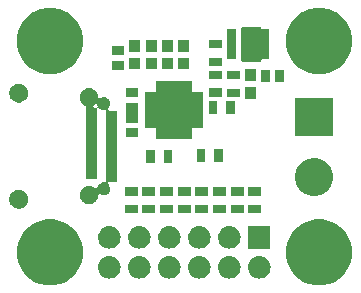
<source format=gts>
G04 #@! TF.GenerationSoftware,KiCad,Pcbnew,5.1.4*
G04 #@! TF.CreationDate,2019-10-17T14:18:33+11:00*
G04 #@! TF.ProjectId,fabulouspide,66616275-6c6f-4757-9370-6964652e6b69,rev?*
G04 #@! TF.SameCoordinates,Original*
G04 #@! TF.FileFunction,Soldermask,Top*
G04 #@! TF.FilePolarity,Negative*
%FSLAX46Y46*%
G04 Gerber Fmt 4.6, Leading zero omitted, Abs format (unit mm)*
G04 Created by KiCad (PCBNEW 5.1.4) date 2019-10-17 14:18:33*
%MOMM*%
%LPD*%
G04 APERTURE LIST*
%ADD10C,0.100000*%
G04 APERTURE END LIST*
D10*
G36*
X111357196Y-68201063D02*
G01*
X111867054Y-68412253D01*
X111969016Y-68480382D01*
X112325916Y-68718855D01*
X112716145Y-69109084D01*
X112919687Y-69413706D01*
X113022747Y-69567946D01*
X113233937Y-70077804D01*
X113341600Y-70619065D01*
X113341600Y-71170935D01*
X113233937Y-71712196D01*
X113022747Y-72222054D01*
X113022746Y-72222055D01*
X112716145Y-72680916D01*
X112325916Y-73071145D01*
X112196531Y-73157597D01*
X111867054Y-73377747D01*
X111357196Y-73588937D01*
X110815935Y-73696600D01*
X110264065Y-73696600D01*
X109722804Y-73588937D01*
X109212946Y-73377747D01*
X108883469Y-73157597D01*
X108754084Y-73071145D01*
X108363855Y-72680916D01*
X108057254Y-72222055D01*
X108057253Y-72222054D01*
X107846063Y-71712196D01*
X107738400Y-71170935D01*
X107738400Y-70619065D01*
X107846063Y-70077804D01*
X108057253Y-69567946D01*
X108160313Y-69413706D01*
X108363855Y-69109084D01*
X108754084Y-68718855D01*
X109110984Y-68480382D01*
X109212946Y-68412253D01*
X109722804Y-68201063D01*
X110264065Y-68093400D01*
X110815935Y-68093400D01*
X111357196Y-68201063D01*
X111357196Y-68201063D01*
G37*
G36*
X88567196Y-68201063D02*
G01*
X89077054Y-68412253D01*
X89179016Y-68480382D01*
X89535916Y-68718855D01*
X89926145Y-69109084D01*
X90129687Y-69413706D01*
X90232747Y-69567946D01*
X90443937Y-70077804D01*
X90551600Y-70619065D01*
X90551600Y-71170935D01*
X90443937Y-71712196D01*
X90232747Y-72222054D01*
X90232746Y-72222055D01*
X89926145Y-72680916D01*
X89535916Y-73071145D01*
X89406531Y-73157597D01*
X89077054Y-73377747D01*
X88567196Y-73588937D01*
X88025935Y-73696600D01*
X87474065Y-73696600D01*
X86932804Y-73588937D01*
X86422946Y-73377747D01*
X86093469Y-73157597D01*
X85964084Y-73071145D01*
X85573855Y-72680916D01*
X85267254Y-72222055D01*
X85267253Y-72222054D01*
X85056063Y-71712196D01*
X84948400Y-71170935D01*
X84948400Y-70619065D01*
X85056063Y-70077804D01*
X85267253Y-69567946D01*
X85370313Y-69413706D01*
X85573855Y-69109084D01*
X85964084Y-68718855D01*
X86320984Y-68480382D01*
X86422946Y-68412253D01*
X86932804Y-68201063D01*
X87474065Y-68093400D01*
X88025935Y-68093400D01*
X88567196Y-68201063D01*
X88567196Y-68201063D01*
G37*
G36*
X97953346Y-71212990D02*
G01*
X98046546Y-71222169D01*
X98225923Y-71276583D01*
X98225926Y-71276584D01*
X98240956Y-71284618D01*
X98391238Y-71364945D01*
X98436259Y-71401893D01*
X98536139Y-71483861D01*
X98618107Y-71583741D01*
X98655055Y-71628762D01*
X98696556Y-71706406D01*
X98743416Y-71794074D01*
X98743417Y-71794077D01*
X98797831Y-71973454D01*
X98816204Y-72160000D01*
X98797831Y-72346546D01*
X98759410Y-72473202D01*
X98743416Y-72525926D01*
X98741034Y-72530382D01*
X98655055Y-72691238D01*
X98618107Y-72736259D01*
X98536139Y-72836139D01*
X98436259Y-72918107D01*
X98391238Y-72955055D01*
X98313594Y-72996556D01*
X98225926Y-73043416D01*
X98225923Y-73043417D01*
X98046546Y-73097831D01*
X97953346Y-73107010D01*
X97906747Y-73111600D01*
X97813253Y-73111600D01*
X97766654Y-73107010D01*
X97673454Y-73097831D01*
X97494077Y-73043417D01*
X97494074Y-73043416D01*
X97406406Y-72996556D01*
X97328762Y-72955055D01*
X97283741Y-72918107D01*
X97183861Y-72836139D01*
X97101893Y-72736259D01*
X97064945Y-72691238D01*
X96978966Y-72530382D01*
X96976584Y-72525926D01*
X96960590Y-72473202D01*
X96922169Y-72346546D01*
X96903796Y-72160000D01*
X96922169Y-71973454D01*
X96976583Y-71794077D01*
X96976584Y-71794074D01*
X97023444Y-71706406D01*
X97064945Y-71628762D01*
X97101893Y-71583741D01*
X97183861Y-71483861D01*
X97283741Y-71401893D01*
X97328762Y-71364945D01*
X97479044Y-71284618D01*
X97494074Y-71276584D01*
X97494077Y-71276583D01*
X97673454Y-71222169D01*
X97766654Y-71212990D01*
X97813253Y-71208400D01*
X97906747Y-71208400D01*
X97953346Y-71212990D01*
X97953346Y-71212990D01*
G37*
G36*
X95413346Y-71212990D02*
G01*
X95506546Y-71222169D01*
X95685923Y-71276583D01*
X95685926Y-71276584D01*
X95700956Y-71284618D01*
X95851238Y-71364945D01*
X95896259Y-71401893D01*
X95996139Y-71483861D01*
X96078107Y-71583741D01*
X96115055Y-71628762D01*
X96156556Y-71706406D01*
X96203416Y-71794074D01*
X96203417Y-71794077D01*
X96257831Y-71973454D01*
X96276204Y-72160000D01*
X96257831Y-72346546D01*
X96219410Y-72473202D01*
X96203416Y-72525926D01*
X96201034Y-72530382D01*
X96115055Y-72691238D01*
X96078107Y-72736259D01*
X95996139Y-72836139D01*
X95896259Y-72918107D01*
X95851238Y-72955055D01*
X95773594Y-72996556D01*
X95685926Y-73043416D01*
X95685923Y-73043417D01*
X95506546Y-73097831D01*
X95413346Y-73107010D01*
X95366747Y-73111600D01*
X95273253Y-73111600D01*
X95226654Y-73107010D01*
X95133454Y-73097831D01*
X94954077Y-73043417D01*
X94954074Y-73043416D01*
X94866406Y-72996556D01*
X94788762Y-72955055D01*
X94743741Y-72918107D01*
X94643861Y-72836139D01*
X94561893Y-72736259D01*
X94524945Y-72691238D01*
X94438966Y-72530382D01*
X94436584Y-72525926D01*
X94420590Y-72473202D01*
X94382169Y-72346546D01*
X94363796Y-72160000D01*
X94382169Y-71973454D01*
X94436583Y-71794077D01*
X94436584Y-71794074D01*
X94483444Y-71706406D01*
X94524945Y-71628762D01*
X94561893Y-71583741D01*
X94643861Y-71483861D01*
X94743741Y-71401893D01*
X94788762Y-71364945D01*
X94939044Y-71284618D01*
X94954074Y-71276584D01*
X94954077Y-71276583D01*
X95133454Y-71222169D01*
X95226654Y-71212990D01*
X95273253Y-71208400D01*
X95366747Y-71208400D01*
X95413346Y-71212990D01*
X95413346Y-71212990D01*
G37*
G36*
X92873346Y-71212990D02*
G01*
X92966546Y-71222169D01*
X93145923Y-71276583D01*
X93145926Y-71276584D01*
X93160956Y-71284618D01*
X93311238Y-71364945D01*
X93356259Y-71401893D01*
X93456139Y-71483861D01*
X93538107Y-71583741D01*
X93575055Y-71628762D01*
X93616556Y-71706406D01*
X93663416Y-71794074D01*
X93663417Y-71794077D01*
X93717831Y-71973454D01*
X93736204Y-72160000D01*
X93717831Y-72346546D01*
X93679410Y-72473202D01*
X93663416Y-72525926D01*
X93661034Y-72530382D01*
X93575055Y-72691238D01*
X93538107Y-72736259D01*
X93456139Y-72836139D01*
X93356259Y-72918107D01*
X93311238Y-72955055D01*
X93233594Y-72996556D01*
X93145926Y-73043416D01*
X93145923Y-73043417D01*
X92966546Y-73097831D01*
X92873346Y-73107010D01*
X92826747Y-73111600D01*
X92733253Y-73111600D01*
X92686654Y-73107010D01*
X92593454Y-73097831D01*
X92414077Y-73043417D01*
X92414074Y-73043416D01*
X92326406Y-72996556D01*
X92248762Y-72955055D01*
X92203741Y-72918107D01*
X92103861Y-72836139D01*
X92021893Y-72736259D01*
X91984945Y-72691238D01*
X91898966Y-72530382D01*
X91896584Y-72525926D01*
X91880590Y-72473202D01*
X91842169Y-72346546D01*
X91823796Y-72160000D01*
X91842169Y-71973454D01*
X91896583Y-71794077D01*
X91896584Y-71794074D01*
X91943444Y-71706406D01*
X91984945Y-71628762D01*
X92021893Y-71583741D01*
X92103861Y-71483861D01*
X92203741Y-71401893D01*
X92248762Y-71364945D01*
X92399044Y-71284618D01*
X92414074Y-71276584D01*
X92414077Y-71276583D01*
X92593454Y-71222169D01*
X92686654Y-71212990D01*
X92733253Y-71208400D01*
X92826747Y-71208400D01*
X92873346Y-71212990D01*
X92873346Y-71212990D01*
G37*
G36*
X100493346Y-71212990D02*
G01*
X100586546Y-71222169D01*
X100765923Y-71276583D01*
X100765926Y-71276584D01*
X100780956Y-71284618D01*
X100931238Y-71364945D01*
X100976259Y-71401893D01*
X101076139Y-71483861D01*
X101158107Y-71583741D01*
X101195055Y-71628762D01*
X101236556Y-71706406D01*
X101283416Y-71794074D01*
X101283417Y-71794077D01*
X101337831Y-71973454D01*
X101356204Y-72160000D01*
X101337831Y-72346546D01*
X101299410Y-72473202D01*
X101283416Y-72525926D01*
X101281034Y-72530382D01*
X101195055Y-72691238D01*
X101158107Y-72736259D01*
X101076139Y-72836139D01*
X100976259Y-72918107D01*
X100931238Y-72955055D01*
X100853594Y-72996556D01*
X100765926Y-73043416D01*
X100765923Y-73043417D01*
X100586546Y-73097831D01*
X100493346Y-73107010D01*
X100446747Y-73111600D01*
X100353253Y-73111600D01*
X100306654Y-73107010D01*
X100213454Y-73097831D01*
X100034077Y-73043417D01*
X100034074Y-73043416D01*
X99946406Y-72996556D01*
X99868762Y-72955055D01*
X99823741Y-72918107D01*
X99723861Y-72836139D01*
X99641893Y-72736259D01*
X99604945Y-72691238D01*
X99518966Y-72530382D01*
X99516584Y-72525926D01*
X99500590Y-72473202D01*
X99462169Y-72346546D01*
X99443796Y-72160000D01*
X99462169Y-71973454D01*
X99516583Y-71794077D01*
X99516584Y-71794074D01*
X99563444Y-71706406D01*
X99604945Y-71628762D01*
X99641893Y-71583741D01*
X99723861Y-71483861D01*
X99823741Y-71401893D01*
X99868762Y-71364945D01*
X100019044Y-71284618D01*
X100034074Y-71276584D01*
X100034077Y-71276583D01*
X100213454Y-71222169D01*
X100306654Y-71212990D01*
X100353253Y-71208400D01*
X100446747Y-71208400D01*
X100493346Y-71212990D01*
X100493346Y-71212990D01*
G37*
G36*
X103033346Y-71212990D02*
G01*
X103126546Y-71222169D01*
X103305923Y-71276583D01*
X103305926Y-71276584D01*
X103320956Y-71284618D01*
X103471238Y-71364945D01*
X103516259Y-71401893D01*
X103616139Y-71483861D01*
X103698107Y-71583741D01*
X103735055Y-71628762D01*
X103776556Y-71706406D01*
X103823416Y-71794074D01*
X103823417Y-71794077D01*
X103877831Y-71973454D01*
X103896204Y-72160000D01*
X103877831Y-72346546D01*
X103839410Y-72473202D01*
X103823416Y-72525926D01*
X103821034Y-72530382D01*
X103735055Y-72691238D01*
X103698107Y-72736259D01*
X103616139Y-72836139D01*
X103516259Y-72918107D01*
X103471238Y-72955055D01*
X103393594Y-72996556D01*
X103305926Y-73043416D01*
X103305923Y-73043417D01*
X103126546Y-73097831D01*
X103033346Y-73107010D01*
X102986747Y-73111600D01*
X102893253Y-73111600D01*
X102846654Y-73107010D01*
X102753454Y-73097831D01*
X102574077Y-73043417D01*
X102574074Y-73043416D01*
X102486406Y-72996556D01*
X102408762Y-72955055D01*
X102363741Y-72918107D01*
X102263861Y-72836139D01*
X102181893Y-72736259D01*
X102144945Y-72691238D01*
X102058966Y-72530382D01*
X102056584Y-72525926D01*
X102040590Y-72473202D01*
X102002169Y-72346546D01*
X101983796Y-72160000D01*
X102002169Y-71973454D01*
X102056583Y-71794077D01*
X102056584Y-71794074D01*
X102103444Y-71706406D01*
X102144945Y-71628762D01*
X102181893Y-71583741D01*
X102263861Y-71483861D01*
X102363741Y-71401893D01*
X102408762Y-71364945D01*
X102559044Y-71284618D01*
X102574074Y-71276584D01*
X102574077Y-71276583D01*
X102753454Y-71222169D01*
X102846654Y-71212990D01*
X102893253Y-71208400D01*
X102986747Y-71208400D01*
X103033346Y-71212990D01*
X103033346Y-71212990D01*
G37*
G36*
X105573346Y-71212990D02*
G01*
X105666546Y-71222169D01*
X105845923Y-71276583D01*
X105845926Y-71276584D01*
X105860956Y-71284618D01*
X106011238Y-71364945D01*
X106056259Y-71401893D01*
X106156139Y-71483861D01*
X106238107Y-71583741D01*
X106275055Y-71628762D01*
X106316556Y-71706406D01*
X106363416Y-71794074D01*
X106363417Y-71794077D01*
X106417831Y-71973454D01*
X106436204Y-72160000D01*
X106417831Y-72346546D01*
X106379410Y-72473202D01*
X106363416Y-72525926D01*
X106361034Y-72530382D01*
X106275055Y-72691238D01*
X106238107Y-72736259D01*
X106156139Y-72836139D01*
X106056259Y-72918107D01*
X106011238Y-72955055D01*
X105933594Y-72996556D01*
X105845926Y-73043416D01*
X105845923Y-73043417D01*
X105666546Y-73097831D01*
X105573346Y-73107010D01*
X105526747Y-73111600D01*
X105433253Y-73111600D01*
X105386654Y-73107010D01*
X105293454Y-73097831D01*
X105114077Y-73043417D01*
X105114074Y-73043416D01*
X105026406Y-72996556D01*
X104948762Y-72955055D01*
X104903741Y-72918107D01*
X104803861Y-72836139D01*
X104721893Y-72736259D01*
X104684945Y-72691238D01*
X104598966Y-72530382D01*
X104596584Y-72525926D01*
X104580590Y-72473202D01*
X104542169Y-72346546D01*
X104523796Y-72160000D01*
X104542169Y-71973454D01*
X104596583Y-71794077D01*
X104596584Y-71794074D01*
X104643444Y-71706406D01*
X104684945Y-71628762D01*
X104721893Y-71583741D01*
X104803861Y-71483861D01*
X104903741Y-71401893D01*
X104948762Y-71364945D01*
X105099044Y-71284618D01*
X105114074Y-71276584D01*
X105114077Y-71276583D01*
X105293454Y-71222169D01*
X105386654Y-71212990D01*
X105433253Y-71208400D01*
X105526747Y-71208400D01*
X105573346Y-71212990D01*
X105573346Y-71212990D01*
G37*
G36*
X103033346Y-68672990D02*
G01*
X103126546Y-68682169D01*
X103305923Y-68736583D01*
X103305926Y-68736584D01*
X103393594Y-68783444D01*
X103471238Y-68824945D01*
X103516259Y-68861893D01*
X103616139Y-68943861D01*
X103675596Y-69016311D01*
X103735055Y-69088762D01*
X103764237Y-69143358D01*
X103823416Y-69254074D01*
X103823417Y-69254077D01*
X103877831Y-69433454D01*
X103896204Y-69620000D01*
X103877831Y-69806546D01*
X103829852Y-69964709D01*
X103823416Y-69985926D01*
X103776556Y-70073594D01*
X103735055Y-70151238D01*
X103698107Y-70196259D01*
X103616139Y-70296139D01*
X103516259Y-70378107D01*
X103471238Y-70415055D01*
X103404947Y-70450488D01*
X103305926Y-70503416D01*
X103305923Y-70503417D01*
X103126546Y-70557831D01*
X103033346Y-70567010D01*
X102986747Y-70571600D01*
X102893253Y-70571600D01*
X102846654Y-70567010D01*
X102753454Y-70557831D01*
X102574077Y-70503417D01*
X102574074Y-70503416D01*
X102475053Y-70450488D01*
X102408762Y-70415055D01*
X102363741Y-70378107D01*
X102263861Y-70296139D01*
X102181893Y-70196259D01*
X102144945Y-70151238D01*
X102103444Y-70073594D01*
X102056584Y-69985926D01*
X102050148Y-69964709D01*
X102002169Y-69806546D01*
X101983796Y-69620000D01*
X102002169Y-69433454D01*
X102056583Y-69254077D01*
X102056584Y-69254074D01*
X102115763Y-69143358D01*
X102144945Y-69088762D01*
X102204404Y-69016311D01*
X102263861Y-68943861D01*
X102363741Y-68861893D01*
X102408762Y-68824945D01*
X102486406Y-68783444D01*
X102574074Y-68736584D01*
X102574077Y-68736583D01*
X102753454Y-68682169D01*
X102846654Y-68672990D01*
X102893253Y-68668400D01*
X102986747Y-68668400D01*
X103033346Y-68672990D01*
X103033346Y-68672990D01*
G37*
G36*
X100493346Y-68672990D02*
G01*
X100586546Y-68682169D01*
X100765923Y-68736583D01*
X100765926Y-68736584D01*
X100853594Y-68783444D01*
X100931238Y-68824945D01*
X100976259Y-68861893D01*
X101076139Y-68943861D01*
X101135596Y-69016311D01*
X101195055Y-69088762D01*
X101224237Y-69143358D01*
X101283416Y-69254074D01*
X101283417Y-69254077D01*
X101337831Y-69433454D01*
X101356204Y-69620000D01*
X101337831Y-69806546D01*
X101289852Y-69964709D01*
X101283416Y-69985926D01*
X101236556Y-70073594D01*
X101195055Y-70151238D01*
X101158107Y-70196259D01*
X101076139Y-70296139D01*
X100976259Y-70378107D01*
X100931238Y-70415055D01*
X100864947Y-70450488D01*
X100765926Y-70503416D01*
X100765923Y-70503417D01*
X100586546Y-70557831D01*
X100493346Y-70567010D01*
X100446747Y-70571600D01*
X100353253Y-70571600D01*
X100306654Y-70567010D01*
X100213454Y-70557831D01*
X100034077Y-70503417D01*
X100034074Y-70503416D01*
X99935053Y-70450488D01*
X99868762Y-70415055D01*
X99823741Y-70378107D01*
X99723861Y-70296139D01*
X99641893Y-70196259D01*
X99604945Y-70151238D01*
X99563444Y-70073594D01*
X99516584Y-69985926D01*
X99510148Y-69964709D01*
X99462169Y-69806546D01*
X99443796Y-69620000D01*
X99462169Y-69433454D01*
X99516583Y-69254077D01*
X99516584Y-69254074D01*
X99575763Y-69143358D01*
X99604945Y-69088762D01*
X99664404Y-69016311D01*
X99723861Y-68943861D01*
X99823741Y-68861893D01*
X99868762Y-68824945D01*
X99946406Y-68783444D01*
X100034074Y-68736584D01*
X100034077Y-68736583D01*
X100213454Y-68682169D01*
X100306654Y-68672990D01*
X100353253Y-68668400D01*
X100446747Y-68668400D01*
X100493346Y-68672990D01*
X100493346Y-68672990D01*
G37*
G36*
X97953346Y-68672990D02*
G01*
X98046546Y-68682169D01*
X98225923Y-68736583D01*
X98225926Y-68736584D01*
X98313594Y-68783444D01*
X98391238Y-68824945D01*
X98436259Y-68861893D01*
X98536139Y-68943861D01*
X98595596Y-69016311D01*
X98655055Y-69088762D01*
X98684237Y-69143358D01*
X98743416Y-69254074D01*
X98743417Y-69254077D01*
X98797831Y-69433454D01*
X98816204Y-69620000D01*
X98797831Y-69806546D01*
X98749852Y-69964709D01*
X98743416Y-69985926D01*
X98696556Y-70073594D01*
X98655055Y-70151238D01*
X98618107Y-70196259D01*
X98536139Y-70296139D01*
X98436259Y-70378107D01*
X98391238Y-70415055D01*
X98324947Y-70450488D01*
X98225926Y-70503416D01*
X98225923Y-70503417D01*
X98046546Y-70557831D01*
X97953346Y-70567010D01*
X97906747Y-70571600D01*
X97813253Y-70571600D01*
X97766654Y-70567010D01*
X97673454Y-70557831D01*
X97494077Y-70503417D01*
X97494074Y-70503416D01*
X97395053Y-70450488D01*
X97328762Y-70415055D01*
X97283741Y-70378107D01*
X97183861Y-70296139D01*
X97101893Y-70196259D01*
X97064945Y-70151238D01*
X97023444Y-70073594D01*
X96976584Y-69985926D01*
X96970148Y-69964709D01*
X96922169Y-69806546D01*
X96903796Y-69620000D01*
X96922169Y-69433454D01*
X96976583Y-69254077D01*
X96976584Y-69254074D01*
X97035763Y-69143358D01*
X97064945Y-69088762D01*
X97124404Y-69016311D01*
X97183861Y-68943861D01*
X97283741Y-68861893D01*
X97328762Y-68824945D01*
X97406406Y-68783444D01*
X97494074Y-68736584D01*
X97494077Y-68736583D01*
X97673454Y-68682169D01*
X97766654Y-68672990D01*
X97813253Y-68668400D01*
X97906747Y-68668400D01*
X97953346Y-68672990D01*
X97953346Y-68672990D01*
G37*
G36*
X95413346Y-68672990D02*
G01*
X95506546Y-68682169D01*
X95685923Y-68736583D01*
X95685926Y-68736584D01*
X95773594Y-68783444D01*
X95851238Y-68824945D01*
X95896259Y-68861893D01*
X95996139Y-68943861D01*
X96055596Y-69016311D01*
X96115055Y-69088762D01*
X96144237Y-69143358D01*
X96203416Y-69254074D01*
X96203417Y-69254077D01*
X96257831Y-69433454D01*
X96276204Y-69620000D01*
X96257831Y-69806546D01*
X96209852Y-69964709D01*
X96203416Y-69985926D01*
X96156556Y-70073594D01*
X96115055Y-70151238D01*
X96078107Y-70196259D01*
X95996139Y-70296139D01*
X95896259Y-70378107D01*
X95851238Y-70415055D01*
X95784947Y-70450488D01*
X95685926Y-70503416D01*
X95685923Y-70503417D01*
X95506546Y-70557831D01*
X95413346Y-70567010D01*
X95366747Y-70571600D01*
X95273253Y-70571600D01*
X95226654Y-70567010D01*
X95133454Y-70557831D01*
X94954077Y-70503417D01*
X94954074Y-70503416D01*
X94855053Y-70450488D01*
X94788762Y-70415055D01*
X94743741Y-70378107D01*
X94643861Y-70296139D01*
X94561893Y-70196259D01*
X94524945Y-70151238D01*
X94483444Y-70073594D01*
X94436584Y-69985926D01*
X94430148Y-69964709D01*
X94382169Y-69806546D01*
X94363796Y-69620000D01*
X94382169Y-69433454D01*
X94436583Y-69254077D01*
X94436584Y-69254074D01*
X94495763Y-69143358D01*
X94524945Y-69088762D01*
X94584404Y-69016311D01*
X94643861Y-68943861D01*
X94743741Y-68861893D01*
X94788762Y-68824945D01*
X94866406Y-68783444D01*
X94954074Y-68736584D01*
X94954077Y-68736583D01*
X95133454Y-68682169D01*
X95226654Y-68672990D01*
X95273253Y-68668400D01*
X95366747Y-68668400D01*
X95413346Y-68672990D01*
X95413346Y-68672990D01*
G37*
G36*
X106431600Y-70571600D02*
G01*
X104528400Y-70571600D01*
X104528400Y-68668400D01*
X106431600Y-68668400D01*
X106431600Y-70571600D01*
X106431600Y-70571600D01*
G37*
G36*
X92873346Y-68672990D02*
G01*
X92966546Y-68682169D01*
X93145923Y-68736583D01*
X93145926Y-68736584D01*
X93233594Y-68783444D01*
X93311238Y-68824945D01*
X93356259Y-68861893D01*
X93456139Y-68943861D01*
X93515596Y-69016311D01*
X93575055Y-69088762D01*
X93604237Y-69143358D01*
X93663416Y-69254074D01*
X93663417Y-69254077D01*
X93717831Y-69433454D01*
X93736204Y-69620000D01*
X93717831Y-69806546D01*
X93669852Y-69964709D01*
X93663416Y-69985926D01*
X93616556Y-70073594D01*
X93575055Y-70151238D01*
X93538107Y-70196259D01*
X93456139Y-70296139D01*
X93356259Y-70378107D01*
X93311238Y-70415055D01*
X93244947Y-70450488D01*
X93145926Y-70503416D01*
X93145923Y-70503417D01*
X92966546Y-70557831D01*
X92873346Y-70567010D01*
X92826747Y-70571600D01*
X92733253Y-70571600D01*
X92686654Y-70567010D01*
X92593454Y-70557831D01*
X92414077Y-70503417D01*
X92414074Y-70503416D01*
X92315053Y-70450488D01*
X92248762Y-70415055D01*
X92203741Y-70378107D01*
X92103861Y-70296139D01*
X92021893Y-70196259D01*
X91984945Y-70151238D01*
X91943444Y-70073594D01*
X91896584Y-69985926D01*
X91890148Y-69964709D01*
X91842169Y-69806546D01*
X91823796Y-69620000D01*
X91842169Y-69433454D01*
X91896583Y-69254077D01*
X91896584Y-69254074D01*
X91955763Y-69143358D01*
X91984945Y-69088762D01*
X92044404Y-69016311D01*
X92103861Y-68943861D01*
X92203741Y-68861893D01*
X92248762Y-68824945D01*
X92326406Y-68783444D01*
X92414074Y-68736584D01*
X92414077Y-68736583D01*
X92593454Y-68682169D01*
X92686654Y-68672990D01*
X92733253Y-68668400D01*
X92826747Y-68668400D01*
X92873346Y-68672990D01*
X92873346Y-68672990D01*
G37*
G36*
X102651980Y-67593720D02*
G01*
X101548780Y-67593720D01*
X101548780Y-66890520D01*
X102651980Y-66890520D01*
X102651980Y-67593720D01*
X102651980Y-67593720D01*
G37*
G36*
X105649180Y-67593720D02*
G01*
X104545980Y-67593720D01*
X104545980Y-66890520D01*
X105649180Y-66890520D01*
X105649180Y-67593720D01*
X105649180Y-67593720D01*
G37*
G36*
X95192000Y-67590480D02*
G01*
X94088800Y-67590480D01*
X94088800Y-66887280D01*
X95192000Y-66887280D01*
X95192000Y-67590480D01*
X95192000Y-67590480D01*
G37*
G36*
X101153380Y-67588640D02*
G01*
X100050180Y-67588640D01*
X100050180Y-66885440D01*
X101153380Y-66885440D01*
X101153380Y-67588640D01*
X101153380Y-67588640D01*
G37*
G36*
X99664940Y-67587940D02*
G01*
X98561740Y-67587940D01*
X98561740Y-66884740D01*
X99664940Y-66884740D01*
X99664940Y-67587940D01*
X99664940Y-67587940D01*
G37*
G36*
X104150580Y-67587940D02*
G01*
X103047380Y-67587940D01*
X103047380Y-66884740D01*
X104150580Y-66884740D01*
X104150580Y-67587940D01*
X104150580Y-67587940D01*
G37*
G36*
X98168880Y-67586800D02*
G01*
X97065680Y-67586800D01*
X97065680Y-66883600D01*
X98168880Y-66883600D01*
X98168880Y-67586800D01*
X98168880Y-67586800D01*
G37*
G36*
X96677900Y-67584260D02*
G01*
X95574700Y-67584260D01*
X95574700Y-66881060D01*
X96677900Y-66881060D01*
X96677900Y-67584260D01*
X96677900Y-67584260D01*
G37*
G36*
X85266385Y-65603803D02*
G01*
X85343818Y-65619205D01*
X85489700Y-65679631D01*
X85620990Y-65767356D01*
X85732644Y-65879010D01*
X85820369Y-66010300D01*
X85880795Y-66156182D01*
X85880795Y-66156183D01*
X85911600Y-66311048D01*
X85911600Y-66468952D01*
X85896197Y-66546385D01*
X85880795Y-66623818D01*
X85820369Y-66769700D01*
X85732644Y-66900990D01*
X85620990Y-67012644D01*
X85489700Y-67100369D01*
X85343818Y-67160795D01*
X85266385Y-67176197D01*
X85188952Y-67191600D01*
X85031048Y-67191600D01*
X84953615Y-67176197D01*
X84876182Y-67160795D01*
X84730300Y-67100369D01*
X84599010Y-67012644D01*
X84487356Y-66900990D01*
X84399631Y-66769700D01*
X84339205Y-66623818D01*
X84323803Y-66546385D01*
X84308400Y-66468952D01*
X84308400Y-66311048D01*
X84339205Y-66156183D01*
X84339205Y-66156182D01*
X84399631Y-66010300D01*
X84487356Y-65879010D01*
X84599010Y-65767356D01*
X84730300Y-65679631D01*
X84876182Y-65619205D01*
X84953615Y-65603803D01*
X85031048Y-65588400D01*
X85188952Y-65588400D01*
X85266385Y-65603803D01*
X85266385Y-65603803D01*
G37*
G36*
X91279960Y-57016840D02*
G01*
X91287984Y-57018436D01*
X91430227Y-57077355D01*
X91494669Y-57120414D01*
X91558240Y-57162891D01*
X91667109Y-57271760D01*
X91752646Y-57399775D01*
X91811564Y-57542016D01*
X91841600Y-57693018D01*
X91841600Y-57715715D01*
X91844002Y-57740101D01*
X91851115Y-57763550D01*
X91862666Y-57785161D01*
X91878211Y-57804103D01*
X91897153Y-57819648D01*
X91918764Y-57831199D01*
X91942213Y-57838312D01*
X91966599Y-57840714D01*
X91990985Y-57838312D01*
X92014434Y-57831199D01*
X92036037Y-57819652D01*
X92048719Y-57811178D01*
X92149104Y-57769598D01*
X92149105Y-57769598D01*
X92149107Y-57769597D01*
X92255671Y-57748400D01*
X92364329Y-57748400D01*
X92470893Y-57769597D01*
X92470895Y-57769598D01*
X92470896Y-57769598D01*
X92571281Y-57811178D01*
X92661625Y-57871544D01*
X92738456Y-57948375D01*
X92798822Y-58038719D01*
X92832642Y-58120369D01*
X92840403Y-58139107D01*
X92861600Y-58245671D01*
X92861600Y-58354329D01*
X92841783Y-58453956D01*
X92840402Y-58460896D01*
X92798822Y-58561281D01*
X92738456Y-58651625D01*
X92705062Y-58685019D01*
X92689522Y-58703955D01*
X92677971Y-58725566D01*
X92670858Y-58749015D01*
X92668456Y-58773401D01*
X92670858Y-58797787D01*
X92677971Y-58821236D01*
X92689522Y-58842847D01*
X92705067Y-58861789D01*
X92724009Y-58877334D01*
X92745620Y-58888885D01*
X92769069Y-58895998D01*
X92793455Y-58898400D01*
X93421600Y-58898400D01*
X93421600Y-64901600D01*
X92793455Y-64901600D01*
X92769069Y-64904002D01*
X92745620Y-64911115D01*
X92724009Y-64922666D01*
X92705067Y-64938211D01*
X92689522Y-64957153D01*
X92677971Y-64978764D01*
X92670858Y-65002213D01*
X92668456Y-65026599D01*
X92670858Y-65050985D01*
X92677971Y-65074434D01*
X92689522Y-65096045D01*
X92705062Y-65114981D01*
X92738456Y-65148375D01*
X92798822Y-65238719D01*
X92840402Y-65339104D01*
X92840403Y-65339107D01*
X92861600Y-65445671D01*
X92861600Y-65554329D01*
X92840626Y-65659773D01*
X92840402Y-65660896D01*
X92798822Y-65761281D01*
X92738456Y-65851625D01*
X92661625Y-65928456D01*
X92571281Y-65988822D01*
X92470896Y-66030402D01*
X92470895Y-66030402D01*
X92470893Y-66030403D01*
X92364329Y-66051600D01*
X92255671Y-66051600D01*
X92149107Y-66030403D01*
X92149105Y-66030402D01*
X92149104Y-66030402D01*
X92048719Y-65988822D01*
X92036037Y-65980348D01*
X92014435Y-65968802D01*
X91990986Y-65961688D01*
X91966600Y-65959286D01*
X91942214Y-65961688D01*
X91918765Y-65968800D01*
X91897154Y-65980351D01*
X91878212Y-65995896D01*
X91862667Y-66014838D01*
X91851116Y-66036449D01*
X91844002Y-66059898D01*
X91841600Y-66084285D01*
X91841600Y-66106982D01*
X91831813Y-66156183D01*
X91811564Y-66257984D01*
X91752645Y-66400227D01*
X91667108Y-66528241D01*
X91558241Y-66637108D01*
X91430227Y-66722645D01*
X91430226Y-66722646D01*
X91430225Y-66722646D01*
X91287984Y-66781564D01*
X91136982Y-66811600D01*
X90983018Y-66811600D01*
X90832016Y-66781564D01*
X90689775Y-66722646D01*
X90689774Y-66722646D01*
X90689773Y-66722645D01*
X90561759Y-66637108D01*
X90452892Y-66528241D01*
X90367355Y-66400227D01*
X90308436Y-66257984D01*
X90288187Y-66156183D01*
X90278400Y-66106982D01*
X90278400Y-65953018D01*
X90308436Y-65802016D01*
X90367354Y-65659775D01*
X90452891Y-65531760D01*
X90561760Y-65422891D01*
X90687151Y-65339107D01*
X90689773Y-65337355D01*
X90832016Y-65278436D01*
X90851100Y-65274640D01*
X90983018Y-65248400D01*
X91136982Y-65248400D01*
X91268900Y-65274640D01*
X91287984Y-65278436D01*
X91430227Y-65337355D01*
X91432849Y-65339107D01*
X91558240Y-65422891D01*
X91563609Y-65428260D01*
X91582551Y-65443805D01*
X91604162Y-65455356D01*
X91627611Y-65462469D01*
X91651997Y-65464871D01*
X91676383Y-65462469D01*
X91699832Y-65455356D01*
X91721443Y-65443805D01*
X91740385Y-65428260D01*
X91755930Y-65409318D01*
X91767481Y-65387707D01*
X91774594Y-65364257D01*
X91779596Y-65339107D01*
X91806299Y-65274642D01*
X91821178Y-65238719D01*
X91881544Y-65148375D01*
X91958375Y-65071544D01*
X92048719Y-65011178D01*
X92149104Y-64969598D01*
X92149105Y-64969598D01*
X92149107Y-64969597D01*
X92255671Y-64948400D01*
X92364330Y-64948400D01*
X92369016Y-64949332D01*
X92393402Y-64951734D01*
X92417788Y-64949332D01*
X92441237Y-64942219D01*
X92462848Y-64930667D01*
X92481789Y-64915122D01*
X92497335Y-64896180D01*
X92508885Y-64874569D01*
X92515998Y-64851120D01*
X92518400Y-64826735D01*
X92518400Y-58973265D01*
X92515998Y-58948879D01*
X92508885Y-58925430D01*
X92497334Y-58903819D01*
X92481789Y-58884877D01*
X92462847Y-58869332D01*
X92441236Y-58857781D01*
X92417787Y-58850668D01*
X92393401Y-58848266D01*
X92369016Y-58850668D01*
X92364330Y-58851600D01*
X92255671Y-58851600D01*
X92149107Y-58830403D01*
X92149105Y-58830402D01*
X92149104Y-58830402D01*
X92048719Y-58788822D01*
X91958375Y-58728456D01*
X91934981Y-58705062D01*
X91916045Y-58689522D01*
X91894434Y-58677971D01*
X91870985Y-58670858D01*
X91846599Y-58668456D01*
X91822213Y-58670858D01*
X91798764Y-58677971D01*
X91777153Y-58689522D01*
X91758211Y-58705067D01*
X91742666Y-58724009D01*
X91731115Y-58745620D01*
X91724002Y-58769069D01*
X91721600Y-58793455D01*
X91721600Y-64651600D01*
X90818400Y-64651600D01*
X90818400Y-58599446D01*
X90815998Y-58575060D01*
X90808885Y-58551611D01*
X90797334Y-58530000D01*
X90791919Y-58523401D01*
X91439293Y-58523401D01*
X91441695Y-58547787D01*
X91448808Y-58571236D01*
X91460359Y-58592847D01*
X91475905Y-58611789D01*
X91494847Y-58627334D01*
X91516457Y-58638885D01*
X91539906Y-58645998D01*
X91564292Y-58648400D01*
X91670190Y-58648400D01*
X91694576Y-58645998D01*
X91718025Y-58638885D01*
X91739636Y-58627334D01*
X91758578Y-58611789D01*
X91774123Y-58592847D01*
X91785674Y-58571236D01*
X91792787Y-58547787D01*
X91795189Y-58523401D01*
X91792787Y-58499015D01*
X91785674Y-58475565D01*
X91779596Y-58460893D01*
X91774594Y-58435743D01*
X91767481Y-58412294D01*
X91755930Y-58390683D01*
X91740385Y-58371741D01*
X91721444Y-58356196D01*
X91699833Y-58344644D01*
X91676384Y-58337531D01*
X91651998Y-58335129D01*
X91627612Y-58337531D01*
X91604163Y-58344644D01*
X91582552Y-58356195D01*
X91563609Y-58371740D01*
X91558239Y-58377110D01*
X91494846Y-58419468D01*
X91475904Y-58435014D01*
X91460359Y-58453956D01*
X91448808Y-58475566D01*
X91441695Y-58499015D01*
X91439293Y-58523401D01*
X90791919Y-58523401D01*
X90781789Y-58511058D01*
X90762847Y-58495513D01*
X90741236Y-58483962D01*
X90689775Y-58462646D01*
X90689774Y-58462646D01*
X90689773Y-58462645D01*
X90582075Y-58390683D01*
X90561760Y-58377109D01*
X90452891Y-58268240D01*
X90367354Y-58140225D01*
X90308436Y-57997984D01*
X90278400Y-57846982D01*
X90278400Y-57693018D01*
X90308436Y-57542016D01*
X90367354Y-57399775D01*
X90452891Y-57271760D01*
X90561760Y-57162891D01*
X90625331Y-57120414D01*
X90689773Y-57077355D01*
X90832016Y-57018436D01*
X90840040Y-57016840D01*
X90983018Y-56988400D01*
X91136982Y-56988400D01*
X91279960Y-57016840D01*
X91279960Y-57016840D01*
G37*
G36*
X110586328Y-62975948D02*
G01*
X110877800Y-63096680D01*
X110877802Y-63096681D01*
X110955205Y-63148400D01*
X111140120Y-63271956D01*
X111363204Y-63495040D01*
X111538480Y-63757360D01*
X111659212Y-64048832D01*
X111720760Y-64358255D01*
X111720760Y-64673745D01*
X111659212Y-64983168D01*
X111553360Y-65238716D01*
X111538479Y-65274642D01*
X111363204Y-65536960D01*
X111140120Y-65760044D01*
X110877802Y-65935319D01*
X110877801Y-65935320D01*
X110877800Y-65935320D01*
X110586328Y-66056052D01*
X110276905Y-66117600D01*
X109961415Y-66117600D01*
X109651992Y-66056052D01*
X109360520Y-65935320D01*
X109360519Y-65935320D01*
X109360518Y-65935319D01*
X109098200Y-65760044D01*
X108875116Y-65536960D01*
X108699841Y-65274642D01*
X108684960Y-65238716D01*
X108579108Y-64983168D01*
X108517560Y-64673745D01*
X108517560Y-64358255D01*
X108579108Y-64048832D01*
X108699840Y-63757360D01*
X108875116Y-63495040D01*
X109098200Y-63271956D01*
X109283115Y-63148400D01*
X109360518Y-63096681D01*
X109360520Y-63096680D01*
X109651992Y-62975948D01*
X109961415Y-62914400D01*
X110276905Y-62914400D01*
X110586328Y-62975948D01*
X110586328Y-62975948D01*
G37*
G36*
X102651980Y-66093720D02*
G01*
X101548780Y-66093720D01*
X101548780Y-65390520D01*
X102651980Y-65390520D01*
X102651980Y-66093720D01*
X102651980Y-66093720D01*
G37*
G36*
X105649180Y-66093720D02*
G01*
X104545980Y-66093720D01*
X104545980Y-65390520D01*
X105649180Y-65390520D01*
X105649180Y-66093720D01*
X105649180Y-66093720D01*
G37*
G36*
X95192000Y-66090480D02*
G01*
X94088800Y-66090480D01*
X94088800Y-65387280D01*
X95192000Y-65387280D01*
X95192000Y-66090480D01*
X95192000Y-66090480D01*
G37*
G36*
X101153380Y-66088640D02*
G01*
X100050180Y-66088640D01*
X100050180Y-65385440D01*
X101153380Y-65385440D01*
X101153380Y-66088640D01*
X101153380Y-66088640D01*
G37*
G36*
X104150580Y-66087940D02*
G01*
X103047380Y-66087940D01*
X103047380Y-65384740D01*
X104150580Y-65384740D01*
X104150580Y-66087940D01*
X104150580Y-66087940D01*
G37*
G36*
X99664940Y-66087940D02*
G01*
X98561740Y-66087940D01*
X98561740Y-65384740D01*
X99664940Y-65384740D01*
X99664940Y-66087940D01*
X99664940Y-66087940D01*
G37*
G36*
X98168880Y-66086800D02*
G01*
X97065680Y-66086800D01*
X97065680Y-65383600D01*
X98168880Y-65383600D01*
X98168880Y-66086800D01*
X98168880Y-66086800D01*
G37*
G36*
X96677900Y-66084260D02*
G01*
X95574700Y-66084260D01*
X95574700Y-65381060D01*
X96677900Y-65381060D01*
X96677900Y-66084260D01*
X96677900Y-66084260D01*
G37*
G36*
X98127760Y-63307380D02*
G01*
X97424560Y-63307380D01*
X97424560Y-62204180D01*
X98127760Y-62204180D01*
X98127760Y-63307380D01*
X98127760Y-63307380D01*
G37*
G36*
X96627760Y-63307380D02*
G01*
X95924560Y-63307380D01*
X95924560Y-62204180D01*
X96627760Y-62204180D01*
X96627760Y-63307380D01*
X96627760Y-63307380D01*
G37*
G36*
X102392420Y-63231180D02*
G01*
X101689220Y-63231180D01*
X101689220Y-62127980D01*
X102392420Y-62127980D01*
X102392420Y-63231180D01*
X102392420Y-63231180D01*
G37*
G36*
X100892420Y-63231180D02*
G01*
X100189220Y-63231180D01*
X100189220Y-62127980D01*
X100892420Y-62127980D01*
X100892420Y-63231180D01*
X100892420Y-63231180D01*
G37*
G36*
X99782540Y-57234101D02*
G01*
X99784942Y-57258487D01*
X99792055Y-57281936D01*
X99803606Y-57303547D01*
X99819151Y-57322489D01*
X99838093Y-57338034D01*
X99859704Y-57349585D01*
X99883153Y-57356698D01*
X99907539Y-57359100D01*
X100757540Y-57359100D01*
X100757540Y-60362300D01*
X99907539Y-60362300D01*
X99883153Y-60364702D01*
X99859704Y-60371815D01*
X99838093Y-60383366D01*
X99819151Y-60398911D01*
X99803606Y-60417853D01*
X99792055Y-60439464D01*
X99784942Y-60462913D01*
X99782540Y-60487299D01*
X99782540Y-61337300D01*
X96779340Y-61337300D01*
X96779340Y-60487299D01*
X96776938Y-60462913D01*
X96769825Y-60439464D01*
X96758274Y-60417853D01*
X96742729Y-60398911D01*
X96723787Y-60383366D01*
X96702176Y-60371815D01*
X96678727Y-60364702D01*
X96654341Y-60362300D01*
X95804340Y-60362300D01*
X95804340Y-57359100D01*
X96654341Y-57359100D01*
X96678727Y-57356698D01*
X96702176Y-57349585D01*
X96723787Y-57338034D01*
X96742729Y-57322489D01*
X96758274Y-57303547D01*
X96769825Y-57281936D01*
X96776938Y-57258487D01*
X96779340Y-57234101D01*
X96779340Y-56384100D01*
X99782540Y-56384100D01*
X99782540Y-57234101D01*
X99782540Y-57234101D01*
G37*
G36*
X95202960Y-61156260D02*
G01*
X94199760Y-61156260D01*
X94199760Y-60403060D01*
X95202960Y-60403060D01*
X95202960Y-61156260D01*
X95202960Y-61156260D01*
G37*
G36*
X111720760Y-61037600D02*
G01*
X108517560Y-61037600D01*
X108517560Y-57834400D01*
X111720760Y-57834400D01*
X111720760Y-61037600D01*
X111720760Y-61037600D01*
G37*
G36*
X95202960Y-59906260D02*
G01*
X94199760Y-59906260D01*
X94199760Y-58236440D01*
X95202960Y-58236440D01*
X95202960Y-59906260D01*
X95202960Y-59906260D01*
G37*
G36*
X101893180Y-59212900D02*
G01*
X101189980Y-59212900D01*
X101189980Y-58109700D01*
X101893180Y-58109700D01*
X101893180Y-59212900D01*
X101893180Y-59212900D01*
G37*
G36*
X103393180Y-59212900D02*
G01*
X102689980Y-59212900D01*
X102689980Y-58109700D01*
X103393180Y-58109700D01*
X103393180Y-59212900D01*
X103393180Y-59212900D01*
G37*
G36*
X85266385Y-56623803D02*
G01*
X85343818Y-56639205D01*
X85489700Y-56699631D01*
X85620990Y-56787356D01*
X85732644Y-56899010D01*
X85820369Y-57030300D01*
X85875290Y-57162892D01*
X85880795Y-57176183D01*
X85899807Y-57271759D01*
X85911600Y-57331049D01*
X85911600Y-57488951D01*
X85880795Y-57643818D01*
X85820369Y-57789700D01*
X85732644Y-57920990D01*
X85620990Y-58032644D01*
X85489700Y-58120369D01*
X85343818Y-58180795D01*
X85266385Y-58196197D01*
X85188952Y-58211600D01*
X85031048Y-58211600D01*
X84953615Y-58196197D01*
X84876182Y-58180795D01*
X84730300Y-58120369D01*
X84599010Y-58032644D01*
X84487356Y-57920990D01*
X84399631Y-57789700D01*
X84339205Y-57643818D01*
X84308400Y-57488951D01*
X84308400Y-57331049D01*
X84320194Y-57271759D01*
X84339205Y-57176183D01*
X84344710Y-57162892D01*
X84399631Y-57030300D01*
X84487356Y-56899010D01*
X84599010Y-56787356D01*
X84730300Y-56699631D01*
X84876182Y-56639205D01*
X84953615Y-56623803D01*
X85031048Y-56608400D01*
X85188952Y-56608400D01*
X85266385Y-56623803D01*
X85266385Y-56623803D01*
G37*
G36*
X105185560Y-57904460D02*
G01*
X104232360Y-57904460D01*
X104232360Y-56901260D01*
X105185560Y-56901260D01*
X105185560Y-57904460D01*
X105185560Y-57904460D01*
G37*
G36*
X95202960Y-57739640D02*
G01*
X94199760Y-57739640D01*
X94199760Y-56986440D01*
X95202960Y-56986440D01*
X95202960Y-57739640D01*
X95202960Y-57739640D01*
G37*
G36*
X103812760Y-57727660D02*
G01*
X102709560Y-57727660D01*
X102709560Y-57024460D01*
X103812760Y-57024460D01*
X103812760Y-57727660D01*
X103812760Y-57727660D01*
G37*
G36*
X102298920Y-57720040D02*
G01*
X101195720Y-57720040D01*
X101195720Y-57016840D01*
X102298920Y-57016840D01*
X102298920Y-57720040D01*
X102298920Y-57720040D01*
G37*
G36*
X107600480Y-56485740D02*
G01*
X106847280Y-56485740D01*
X106847280Y-55482540D01*
X107600480Y-55482540D01*
X107600480Y-56485740D01*
X107600480Y-56485740D01*
G37*
G36*
X106350480Y-56485740D02*
G01*
X105597280Y-56485740D01*
X105597280Y-55482540D01*
X106350480Y-55482540D01*
X106350480Y-56485740D01*
X106350480Y-56485740D01*
G37*
G36*
X105185560Y-56404460D02*
G01*
X104232360Y-56404460D01*
X104232360Y-55401260D01*
X105185560Y-55401260D01*
X105185560Y-56404460D01*
X105185560Y-56404460D01*
G37*
G36*
X103812760Y-56227660D02*
G01*
X102709560Y-56227660D01*
X102709560Y-55524460D01*
X103812760Y-55524460D01*
X103812760Y-56227660D01*
X103812760Y-56227660D01*
G37*
G36*
X102298920Y-56220040D02*
G01*
X101195720Y-56220040D01*
X101195720Y-55516840D01*
X102298920Y-55516840D01*
X102298920Y-56220040D01*
X102298920Y-56220040D01*
G37*
G36*
X88567196Y-50296063D02*
G01*
X89077054Y-50507253D01*
X89179016Y-50575382D01*
X89535916Y-50813855D01*
X89926145Y-51204084D01*
X90129687Y-51508706D01*
X90232747Y-51662946D01*
X90443937Y-52172804D01*
X90551600Y-52714065D01*
X90551600Y-53265935D01*
X90443937Y-53807196D01*
X90232747Y-54317054D01*
X90232746Y-54317055D01*
X89926145Y-54775916D01*
X89535916Y-55166145D01*
X89406531Y-55252597D01*
X89077054Y-55472747D01*
X88567196Y-55683937D01*
X88025935Y-55791600D01*
X87474065Y-55791600D01*
X86932804Y-55683937D01*
X86422946Y-55472747D01*
X86093469Y-55252597D01*
X85964084Y-55166145D01*
X85573855Y-54775916D01*
X85267254Y-54317055D01*
X85267253Y-54317054D01*
X85056063Y-53807196D01*
X84948400Y-53265935D01*
X84948400Y-52714065D01*
X85056063Y-52172804D01*
X85267253Y-51662946D01*
X85370313Y-51508706D01*
X85573855Y-51204084D01*
X85964084Y-50813855D01*
X86320984Y-50575382D01*
X86422946Y-50507253D01*
X86932804Y-50296063D01*
X87474065Y-50188400D01*
X88025935Y-50188400D01*
X88567196Y-50296063D01*
X88567196Y-50296063D01*
G37*
G36*
X111357196Y-50296063D02*
G01*
X111867054Y-50507253D01*
X111969016Y-50575382D01*
X112325916Y-50813855D01*
X112716145Y-51204084D01*
X112919687Y-51508706D01*
X113022747Y-51662946D01*
X113233937Y-52172804D01*
X113341600Y-52714065D01*
X113341600Y-53265935D01*
X113233937Y-53807196D01*
X113022747Y-54317054D01*
X113022746Y-54317055D01*
X112716145Y-54775916D01*
X112325916Y-55166145D01*
X112196531Y-55252597D01*
X111867054Y-55472747D01*
X111357196Y-55683937D01*
X110815935Y-55791600D01*
X110264065Y-55791600D01*
X109722804Y-55683937D01*
X109212946Y-55472747D01*
X108883469Y-55252597D01*
X108754084Y-55166145D01*
X108363855Y-54775916D01*
X108057254Y-54317055D01*
X108057253Y-54317054D01*
X107846063Y-53807196D01*
X107738400Y-53265935D01*
X107738400Y-52714065D01*
X107846063Y-52172804D01*
X108057253Y-51662946D01*
X108160313Y-51508706D01*
X108363855Y-51204084D01*
X108754084Y-50813855D01*
X109110984Y-50575382D01*
X109212946Y-50507253D01*
X109722804Y-50296063D01*
X110264065Y-50188400D01*
X110815935Y-50188400D01*
X111357196Y-50296063D01*
X111357196Y-50296063D01*
G37*
G36*
X93996460Y-55448880D02*
G01*
X92993260Y-55448880D01*
X92993260Y-54695680D01*
X93996460Y-54695680D01*
X93996460Y-55448880D01*
X93996460Y-55448880D01*
G37*
G36*
X95417540Y-55412300D02*
G01*
X94464340Y-55412300D01*
X94464340Y-54409100D01*
X95417540Y-54409100D01*
X95417540Y-55412300D01*
X95417540Y-55412300D01*
G37*
G36*
X99567540Y-55402300D02*
G01*
X98614340Y-55402300D01*
X98614340Y-54399100D01*
X99567540Y-54399100D01*
X99567540Y-55402300D01*
X99567540Y-55402300D01*
G37*
G36*
X98187540Y-55402300D02*
G01*
X97234340Y-55402300D01*
X97234340Y-54399100D01*
X98187540Y-54399100D01*
X98187540Y-55402300D01*
X98187540Y-55402300D01*
G37*
G36*
X96817540Y-55402300D02*
G01*
X95864340Y-55402300D01*
X95864340Y-54399100D01*
X96817540Y-54399100D01*
X96817540Y-55402300D01*
X96817540Y-55402300D01*
G37*
G36*
X102296380Y-55117940D02*
G01*
X101193180Y-55117940D01*
X101193180Y-54414740D01*
X102296380Y-54414740D01*
X102296380Y-55117940D01*
X102296380Y-55117940D01*
G37*
G36*
X105552350Y-51793046D02*
G01*
X105574153Y-51797399D01*
X105592510Y-51804933D01*
X105592567Y-51804971D01*
X105592575Y-51804974D01*
X105592662Y-51805020D01*
X105609477Y-51816165D01*
X105609553Y-51816227D01*
X105624126Y-51830800D01*
X105624188Y-51830876D01*
X105635333Y-51847691D01*
X105635379Y-51847778D01*
X105635382Y-51847786D01*
X105635420Y-51847843D01*
X105642954Y-51866199D01*
X105648098Y-51891967D01*
X105655228Y-51915411D01*
X105666794Y-51937013D01*
X105682353Y-51955944D01*
X105701306Y-51971476D01*
X105722925Y-51983012D01*
X105746379Y-51990108D01*
X105770678Y-51992493D01*
X106201476Y-51992493D01*
X106212350Y-51993046D01*
X106234153Y-51997399D01*
X106252510Y-52004933D01*
X106252567Y-52004971D01*
X106252575Y-52004974D01*
X106252662Y-52005020D01*
X106269477Y-52016165D01*
X106269553Y-52016227D01*
X106284126Y-52030800D01*
X106284188Y-52030876D01*
X106295333Y-52047691D01*
X106295379Y-52047778D01*
X106295382Y-52047786D01*
X106295420Y-52047843D01*
X106302954Y-52066200D01*
X106307307Y-52088003D01*
X106307860Y-52098877D01*
X106307860Y-52492501D01*
X106307307Y-52503375D01*
X106302954Y-52525178D01*
X106295420Y-52543536D01*
X106295381Y-52543594D01*
X106295379Y-52543600D01*
X106295333Y-52543687D01*
X106290002Y-52551731D01*
X106278584Y-52573283D01*
X106271558Y-52596758D01*
X106269247Y-52621153D01*
X106271739Y-52645530D01*
X106278939Y-52668952D01*
X106289999Y-52689644D01*
X106295333Y-52697691D01*
X106295379Y-52697778D01*
X106295381Y-52697784D01*
X106295420Y-52697842D01*
X106302954Y-52716200D01*
X106307307Y-52738003D01*
X106307860Y-52748877D01*
X106307860Y-53142501D01*
X106307307Y-53153375D01*
X106302954Y-53175178D01*
X106295420Y-53193536D01*
X106295381Y-53193594D01*
X106295379Y-53193600D01*
X106295333Y-53193687D01*
X106290002Y-53201731D01*
X106278584Y-53223283D01*
X106271558Y-53246758D01*
X106269247Y-53271153D01*
X106271739Y-53295530D01*
X106278939Y-53318952D01*
X106289999Y-53339644D01*
X106295333Y-53347691D01*
X106295379Y-53347778D01*
X106295381Y-53347784D01*
X106295420Y-53347842D01*
X106302954Y-53366200D01*
X106307307Y-53388003D01*
X106307860Y-53398877D01*
X106307860Y-53792501D01*
X106307307Y-53803375D01*
X106302954Y-53825178D01*
X106295420Y-53843536D01*
X106295381Y-53843594D01*
X106295379Y-53843600D01*
X106295333Y-53843687D01*
X106290002Y-53851731D01*
X106278584Y-53873283D01*
X106271558Y-53896758D01*
X106269247Y-53921153D01*
X106271739Y-53945530D01*
X106278939Y-53968952D01*
X106289999Y-53989644D01*
X106295333Y-53997691D01*
X106295379Y-53997778D01*
X106295381Y-53997784D01*
X106295420Y-53997842D01*
X106302954Y-54016200D01*
X106307307Y-54038003D01*
X106307860Y-54048877D01*
X106307860Y-54442501D01*
X106307307Y-54453375D01*
X106302954Y-54475178D01*
X106295420Y-54493535D01*
X106295382Y-54493592D01*
X106295379Y-54493600D01*
X106295333Y-54493687D01*
X106284188Y-54510502D01*
X106284126Y-54510578D01*
X106269553Y-54525151D01*
X106269477Y-54525213D01*
X106252662Y-54536358D01*
X106252575Y-54536404D01*
X106252567Y-54536407D01*
X106252510Y-54536445D01*
X106234153Y-54543979D01*
X106212350Y-54548332D01*
X106201476Y-54548885D01*
X105770678Y-54548885D01*
X105746292Y-54551287D01*
X105722843Y-54558400D01*
X105701232Y-54569951D01*
X105682290Y-54585496D01*
X105666745Y-54604438D01*
X105655194Y-54626049D01*
X105648098Y-54649411D01*
X105642954Y-54675179D01*
X105635420Y-54693535D01*
X105635382Y-54693592D01*
X105635379Y-54693600D01*
X105635333Y-54693687D01*
X105624188Y-54710502D01*
X105624126Y-54710578D01*
X105609553Y-54725151D01*
X105609477Y-54725213D01*
X105592662Y-54736358D01*
X105592575Y-54736404D01*
X105592567Y-54736407D01*
X105592510Y-54736445D01*
X105574153Y-54743979D01*
X105552350Y-54748332D01*
X105541476Y-54748885D01*
X104077852Y-54748885D01*
X104066978Y-54748332D01*
X104045175Y-54743979D01*
X104026818Y-54736445D01*
X104026761Y-54736407D01*
X104026753Y-54736404D01*
X104026666Y-54736358D01*
X104009851Y-54725213D01*
X104009775Y-54725151D01*
X103995202Y-54710578D01*
X103995140Y-54710502D01*
X103983995Y-54693687D01*
X103983949Y-54693600D01*
X103983946Y-54693592D01*
X103983908Y-54693535D01*
X103976374Y-54675178D01*
X103972021Y-54653375D01*
X103971468Y-54642501D01*
X103971468Y-51898877D01*
X103972021Y-51888003D01*
X103976374Y-51866200D01*
X103983908Y-51847843D01*
X103983946Y-51847786D01*
X103983949Y-51847778D01*
X103983995Y-51847691D01*
X103995140Y-51830876D01*
X103995202Y-51830800D01*
X104009775Y-51816227D01*
X104009851Y-51816165D01*
X104026666Y-51805020D01*
X104026753Y-51804974D01*
X104026761Y-51804971D01*
X104026818Y-51804933D01*
X104045175Y-51797399D01*
X104066978Y-51793046D01*
X104077852Y-51792493D01*
X105541476Y-51792493D01*
X105552350Y-51793046D01*
X105552350Y-51793046D01*
G37*
G36*
X103412350Y-51993046D02*
G01*
X103434153Y-51997399D01*
X103452510Y-52004933D01*
X103452567Y-52004971D01*
X103452575Y-52004974D01*
X103452662Y-52005020D01*
X103469477Y-52016165D01*
X103469553Y-52016227D01*
X103484126Y-52030800D01*
X103484188Y-52030876D01*
X103495333Y-52047691D01*
X103495379Y-52047778D01*
X103495382Y-52047786D01*
X103495420Y-52047843D01*
X103502954Y-52066200D01*
X103507307Y-52088003D01*
X103507860Y-52098877D01*
X103507860Y-52492501D01*
X103507307Y-52503375D01*
X103502954Y-52525178D01*
X103495420Y-52543536D01*
X103495381Y-52543594D01*
X103495379Y-52543600D01*
X103495333Y-52543687D01*
X103490002Y-52551731D01*
X103478584Y-52573283D01*
X103471558Y-52596758D01*
X103469247Y-52621153D01*
X103471739Y-52645530D01*
X103478939Y-52668952D01*
X103489999Y-52689644D01*
X103495333Y-52697691D01*
X103495379Y-52697778D01*
X103495381Y-52697784D01*
X103495420Y-52697842D01*
X103502954Y-52716200D01*
X103507307Y-52738003D01*
X103507860Y-52748877D01*
X103507860Y-53142501D01*
X103507307Y-53153375D01*
X103502954Y-53175178D01*
X103495420Y-53193536D01*
X103495381Y-53193594D01*
X103495379Y-53193600D01*
X103495333Y-53193687D01*
X103490002Y-53201731D01*
X103478584Y-53223283D01*
X103471558Y-53246758D01*
X103469247Y-53271153D01*
X103471739Y-53295530D01*
X103478939Y-53318952D01*
X103489999Y-53339644D01*
X103495333Y-53347691D01*
X103495379Y-53347778D01*
X103495381Y-53347784D01*
X103495420Y-53347842D01*
X103502954Y-53366200D01*
X103507307Y-53388003D01*
X103507860Y-53398877D01*
X103507860Y-53792501D01*
X103507307Y-53803375D01*
X103502954Y-53825178D01*
X103495420Y-53843536D01*
X103495381Y-53843594D01*
X103495379Y-53843600D01*
X103495333Y-53843687D01*
X103490002Y-53851731D01*
X103478584Y-53873283D01*
X103471558Y-53896758D01*
X103469247Y-53921153D01*
X103471739Y-53945530D01*
X103478939Y-53968952D01*
X103489999Y-53989644D01*
X103495333Y-53997691D01*
X103495379Y-53997778D01*
X103495381Y-53997784D01*
X103495420Y-53997842D01*
X103502954Y-54016200D01*
X103507307Y-54038003D01*
X103507860Y-54048877D01*
X103507860Y-54442501D01*
X103507307Y-54453375D01*
X103502954Y-54475178D01*
X103495420Y-54493535D01*
X103495382Y-54493592D01*
X103495379Y-54493600D01*
X103495333Y-54493687D01*
X103484188Y-54510502D01*
X103484126Y-54510578D01*
X103469553Y-54525151D01*
X103469477Y-54525213D01*
X103452662Y-54536358D01*
X103452575Y-54536404D01*
X103452567Y-54536407D01*
X103452510Y-54536445D01*
X103434153Y-54543979D01*
X103412350Y-54548332D01*
X103401476Y-54548885D01*
X102857852Y-54548885D01*
X102846978Y-54548332D01*
X102825175Y-54543979D01*
X102806818Y-54536445D01*
X102806761Y-54536407D01*
X102806753Y-54536404D01*
X102806666Y-54536358D01*
X102789851Y-54525213D01*
X102789775Y-54525151D01*
X102775202Y-54510578D01*
X102775140Y-54510502D01*
X102763995Y-54493687D01*
X102763949Y-54493600D01*
X102763946Y-54493592D01*
X102763908Y-54493535D01*
X102756374Y-54475178D01*
X102752021Y-54453375D01*
X102751468Y-54442501D01*
X102751468Y-54048877D01*
X102752021Y-54038003D01*
X102756374Y-54016200D01*
X102763908Y-53997842D01*
X102763947Y-53997784D01*
X102763949Y-53997778D01*
X102763995Y-53997691D01*
X102769326Y-53989647D01*
X102780744Y-53968095D01*
X102787770Y-53944620D01*
X102790081Y-53920225D01*
X102787589Y-53895848D01*
X102780389Y-53872426D01*
X102769329Y-53851734D01*
X102763995Y-53843687D01*
X102763949Y-53843600D01*
X102763947Y-53843594D01*
X102763908Y-53843536D01*
X102756374Y-53825178D01*
X102752021Y-53803375D01*
X102751468Y-53792501D01*
X102751468Y-53398877D01*
X102752021Y-53388003D01*
X102756374Y-53366200D01*
X102763908Y-53347842D01*
X102763947Y-53347784D01*
X102763949Y-53347778D01*
X102763995Y-53347691D01*
X102769326Y-53339647D01*
X102780744Y-53318095D01*
X102787770Y-53294620D01*
X102790081Y-53270225D01*
X102787589Y-53245848D01*
X102780389Y-53222426D01*
X102769329Y-53201734D01*
X102763995Y-53193687D01*
X102763949Y-53193600D01*
X102763947Y-53193594D01*
X102763908Y-53193536D01*
X102756374Y-53175178D01*
X102752021Y-53153375D01*
X102751468Y-53142501D01*
X102751468Y-52748877D01*
X102752021Y-52738003D01*
X102756374Y-52716200D01*
X102763908Y-52697842D01*
X102763947Y-52697784D01*
X102763949Y-52697778D01*
X102763995Y-52697691D01*
X102769326Y-52689647D01*
X102780744Y-52668095D01*
X102787770Y-52644620D01*
X102790081Y-52620225D01*
X102787589Y-52595848D01*
X102780389Y-52572426D01*
X102769329Y-52551734D01*
X102763995Y-52543687D01*
X102763949Y-52543600D01*
X102763947Y-52543594D01*
X102763908Y-52543536D01*
X102756374Y-52525178D01*
X102752021Y-52503375D01*
X102751468Y-52492501D01*
X102751468Y-52098877D01*
X102752021Y-52088003D01*
X102756374Y-52066200D01*
X102763908Y-52047843D01*
X102763946Y-52047786D01*
X102763949Y-52047778D01*
X102763995Y-52047691D01*
X102775140Y-52030876D01*
X102775202Y-52030800D01*
X102789775Y-52016227D01*
X102789851Y-52016165D01*
X102806666Y-52005020D01*
X102806753Y-52004974D01*
X102806761Y-52004971D01*
X102806818Y-52004933D01*
X102825175Y-51997399D01*
X102846978Y-51993046D01*
X102857852Y-51992493D01*
X103401476Y-51992493D01*
X103412350Y-51993046D01*
X103412350Y-51993046D01*
G37*
G36*
X93996460Y-54198880D02*
G01*
X92993260Y-54198880D01*
X92993260Y-53445680D01*
X93996460Y-53445680D01*
X93996460Y-54198880D01*
X93996460Y-54198880D01*
G37*
G36*
X95417540Y-53912300D02*
G01*
X94464340Y-53912300D01*
X94464340Y-52909100D01*
X95417540Y-52909100D01*
X95417540Y-53912300D01*
X95417540Y-53912300D01*
G37*
G36*
X96817540Y-53902300D02*
G01*
X95864340Y-53902300D01*
X95864340Y-52899100D01*
X96817540Y-52899100D01*
X96817540Y-53902300D01*
X96817540Y-53902300D01*
G37*
G36*
X99567540Y-53902300D02*
G01*
X98614340Y-53902300D01*
X98614340Y-52899100D01*
X99567540Y-52899100D01*
X99567540Y-53902300D01*
X99567540Y-53902300D01*
G37*
G36*
X98187540Y-53902300D02*
G01*
X97234340Y-53902300D01*
X97234340Y-52899100D01*
X98187540Y-52899100D01*
X98187540Y-53902300D01*
X98187540Y-53902300D01*
G37*
G36*
X102296380Y-53617940D02*
G01*
X101193180Y-53617940D01*
X101193180Y-52914740D01*
X102296380Y-52914740D01*
X102296380Y-53617940D01*
X102296380Y-53617940D01*
G37*
M02*

</source>
